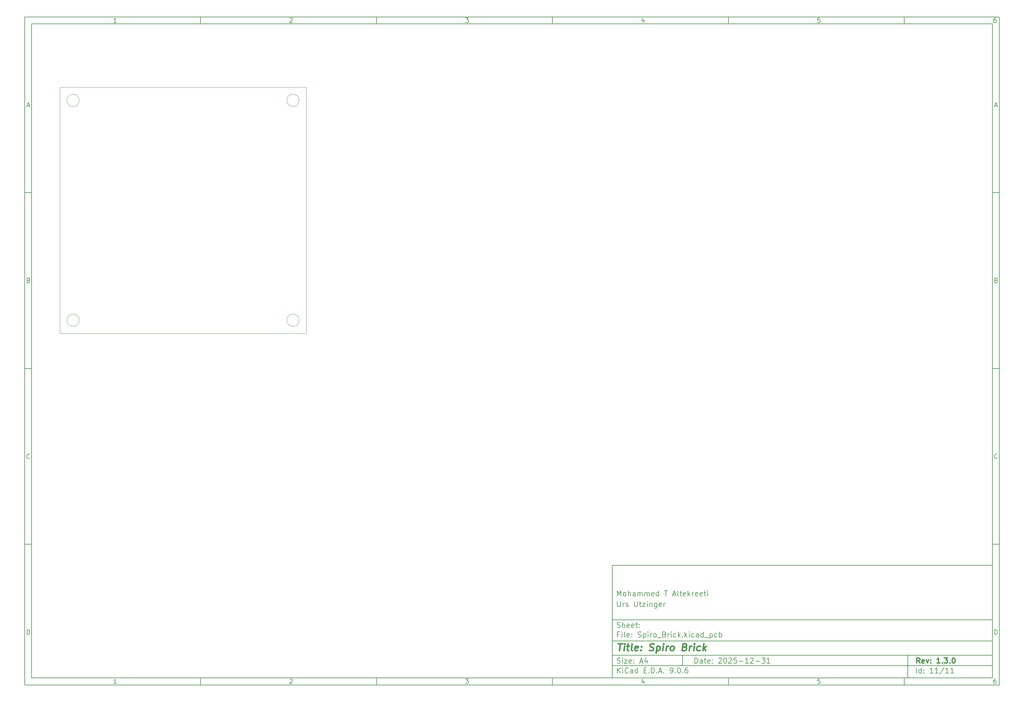
<source format=gbr>
%TF.GenerationSoftware,KiCad,Pcbnew,9.0.6-9.0.6~ubuntu22.04.1*%
%TF.CreationDate,2026-01-05T20:27:45-07:00*%
%TF.ProjectId,Spiro_Brick,53706972-6f5f-4427-9269-636b2e6b6963,1.3.0*%
%TF.SameCoordinates,Original*%
%TF.FileFunction,Profile,NP*%
%FSLAX46Y46*%
G04 Gerber Fmt 4.6, Leading zero omitted, Abs format (unit mm)*
G04 Created by KiCad (PCBNEW 9.0.6-9.0.6~ubuntu22.04.1) date 2026-01-05 20:27:45*
%MOMM*%
%LPD*%
G01*
G04 APERTURE LIST*
%ADD10C,0.100000*%
%ADD11C,0.150000*%
%ADD12C,0.300000*%
%ADD13C,0.400000*%
%TA.AperFunction,Profile*%
%ADD14C,0.050000*%
%TD*%
G04 APERTURE END LIST*
D10*
D11*
X177002200Y-166007200D02*
X285002200Y-166007200D01*
X285002200Y-198007200D01*
X177002200Y-198007200D01*
X177002200Y-166007200D01*
D10*
D11*
X10000000Y-10000000D02*
X287002200Y-10000000D01*
X287002200Y-200007200D01*
X10000000Y-200007200D01*
X10000000Y-10000000D01*
D10*
D11*
X12000000Y-12000000D02*
X285002200Y-12000000D01*
X285002200Y-198007200D01*
X12000000Y-198007200D01*
X12000000Y-12000000D01*
D10*
D11*
X60000000Y-12000000D02*
X60000000Y-10000000D01*
D10*
D11*
X110000000Y-12000000D02*
X110000000Y-10000000D01*
D10*
D11*
X160000000Y-12000000D02*
X160000000Y-10000000D01*
D10*
D11*
X210000000Y-12000000D02*
X210000000Y-10000000D01*
D10*
D11*
X260000000Y-12000000D02*
X260000000Y-10000000D01*
D10*
D11*
X36089160Y-11593604D02*
X35346303Y-11593604D01*
X35717731Y-11593604D02*
X35717731Y-10293604D01*
X35717731Y-10293604D02*
X35593922Y-10479319D01*
X35593922Y-10479319D02*
X35470112Y-10603128D01*
X35470112Y-10603128D02*
X35346303Y-10665033D01*
D10*
D11*
X85346303Y-10417414D02*
X85408207Y-10355509D01*
X85408207Y-10355509D02*
X85532017Y-10293604D01*
X85532017Y-10293604D02*
X85841541Y-10293604D01*
X85841541Y-10293604D02*
X85965350Y-10355509D01*
X85965350Y-10355509D02*
X86027255Y-10417414D01*
X86027255Y-10417414D02*
X86089160Y-10541223D01*
X86089160Y-10541223D02*
X86089160Y-10665033D01*
X86089160Y-10665033D02*
X86027255Y-10850747D01*
X86027255Y-10850747D02*
X85284398Y-11593604D01*
X85284398Y-11593604D02*
X86089160Y-11593604D01*
D10*
D11*
X135284398Y-10293604D02*
X136089160Y-10293604D01*
X136089160Y-10293604D02*
X135655826Y-10788842D01*
X135655826Y-10788842D02*
X135841541Y-10788842D01*
X135841541Y-10788842D02*
X135965350Y-10850747D01*
X135965350Y-10850747D02*
X136027255Y-10912652D01*
X136027255Y-10912652D02*
X136089160Y-11036461D01*
X136089160Y-11036461D02*
X136089160Y-11345985D01*
X136089160Y-11345985D02*
X136027255Y-11469795D01*
X136027255Y-11469795D02*
X135965350Y-11531700D01*
X135965350Y-11531700D02*
X135841541Y-11593604D01*
X135841541Y-11593604D02*
X135470112Y-11593604D01*
X135470112Y-11593604D02*
X135346303Y-11531700D01*
X135346303Y-11531700D02*
X135284398Y-11469795D01*
D10*
D11*
X185965350Y-10726938D02*
X185965350Y-11593604D01*
X185655826Y-10231700D02*
X185346303Y-11160271D01*
X185346303Y-11160271D02*
X186151064Y-11160271D01*
D10*
D11*
X236027255Y-10293604D02*
X235408207Y-10293604D01*
X235408207Y-10293604D02*
X235346303Y-10912652D01*
X235346303Y-10912652D02*
X235408207Y-10850747D01*
X235408207Y-10850747D02*
X235532017Y-10788842D01*
X235532017Y-10788842D02*
X235841541Y-10788842D01*
X235841541Y-10788842D02*
X235965350Y-10850747D01*
X235965350Y-10850747D02*
X236027255Y-10912652D01*
X236027255Y-10912652D02*
X236089160Y-11036461D01*
X236089160Y-11036461D02*
X236089160Y-11345985D01*
X236089160Y-11345985D02*
X236027255Y-11469795D01*
X236027255Y-11469795D02*
X235965350Y-11531700D01*
X235965350Y-11531700D02*
X235841541Y-11593604D01*
X235841541Y-11593604D02*
X235532017Y-11593604D01*
X235532017Y-11593604D02*
X235408207Y-11531700D01*
X235408207Y-11531700D02*
X235346303Y-11469795D01*
D10*
D11*
X285965350Y-10293604D02*
X285717731Y-10293604D01*
X285717731Y-10293604D02*
X285593922Y-10355509D01*
X285593922Y-10355509D02*
X285532017Y-10417414D01*
X285532017Y-10417414D02*
X285408207Y-10603128D01*
X285408207Y-10603128D02*
X285346303Y-10850747D01*
X285346303Y-10850747D02*
X285346303Y-11345985D01*
X285346303Y-11345985D02*
X285408207Y-11469795D01*
X285408207Y-11469795D02*
X285470112Y-11531700D01*
X285470112Y-11531700D02*
X285593922Y-11593604D01*
X285593922Y-11593604D02*
X285841541Y-11593604D01*
X285841541Y-11593604D02*
X285965350Y-11531700D01*
X285965350Y-11531700D02*
X286027255Y-11469795D01*
X286027255Y-11469795D02*
X286089160Y-11345985D01*
X286089160Y-11345985D02*
X286089160Y-11036461D01*
X286089160Y-11036461D02*
X286027255Y-10912652D01*
X286027255Y-10912652D02*
X285965350Y-10850747D01*
X285965350Y-10850747D02*
X285841541Y-10788842D01*
X285841541Y-10788842D02*
X285593922Y-10788842D01*
X285593922Y-10788842D02*
X285470112Y-10850747D01*
X285470112Y-10850747D02*
X285408207Y-10912652D01*
X285408207Y-10912652D02*
X285346303Y-11036461D01*
D10*
D11*
X60000000Y-198007200D02*
X60000000Y-200007200D01*
D10*
D11*
X110000000Y-198007200D02*
X110000000Y-200007200D01*
D10*
D11*
X160000000Y-198007200D02*
X160000000Y-200007200D01*
D10*
D11*
X210000000Y-198007200D02*
X210000000Y-200007200D01*
D10*
D11*
X260000000Y-198007200D02*
X260000000Y-200007200D01*
D10*
D11*
X36089160Y-199600804D02*
X35346303Y-199600804D01*
X35717731Y-199600804D02*
X35717731Y-198300804D01*
X35717731Y-198300804D02*
X35593922Y-198486519D01*
X35593922Y-198486519D02*
X35470112Y-198610328D01*
X35470112Y-198610328D02*
X35346303Y-198672233D01*
D10*
D11*
X85346303Y-198424614D02*
X85408207Y-198362709D01*
X85408207Y-198362709D02*
X85532017Y-198300804D01*
X85532017Y-198300804D02*
X85841541Y-198300804D01*
X85841541Y-198300804D02*
X85965350Y-198362709D01*
X85965350Y-198362709D02*
X86027255Y-198424614D01*
X86027255Y-198424614D02*
X86089160Y-198548423D01*
X86089160Y-198548423D02*
X86089160Y-198672233D01*
X86089160Y-198672233D02*
X86027255Y-198857947D01*
X86027255Y-198857947D02*
X85284398Y-199600804D01*
X85284398Y-199600804D02*
X86089160Y-199600804D01*
D10*
D11*
X135284398Y-198300804D02*
X136089160Y-198300804D01*
X136089160Y-198300804D02*
X135655826Y-198796042D01*
X135655826Y-198796042D02*
X135841541Y-198796042D01*
X135841541Y-198796042D02*
X135965350Y-198857947D01*
X135965350Y-198857947D02*
X136027255Y-198919852D01*
X136027255Y-198919852D02*
X136089160Y-199043661D01*
X136089160Y-199043661D02*
X136089160Y-199353185D01*
X136089160Y-199353185D02*
X136027255Y-199476995D01*
X136027255Y-199476995D02*
X135965350Y-199538900D01*
X135965350Y-199538900D02*
X135841541Y-199600804D01*
X135841541Y-199600804D02*
X135470112Y-199600804D01*
X135470112Y-199600804D02*
X135346303Y-199538900D01*
X135346303Y-199538900D02*
X135284398Y-199476995D01*
D10*
D11*
X185965350Y-198734138D02*
X185965350Y-199600804D01*
X185655826Y-198238900D02*
X185346303Y-199167471D01*
X185346303Y-199167471D02*
X186151064Y-199167471D01*
D10*
D11*
X236027255Y-198300804D02*
X235408207Y-198300804D01*
X235408207Y-198300804D02*
X235346303Y-198919852D01*
X235346303Y-198919852D02*
X235408207Y-198857947D01*
X235408207Y-198857947D02*
X235532017Y-198796042D01*
X235532017Y-198796042D02*
X235841541Y-198796042D01*
X235841541Y-198796042D02*
X235965350Y-198857947D01*
X235965350Y-198857947D02*
X236027255Y-198919852D01*
X236027255Y-198919852D02*
X236089160Y-199043661D01*
X236089160Y-199043661D02*
X236089160Y-199353185D01*
X236089160Y-199353185D02*
X236027255Y-199476995D01*
X236027255Y-199476995D02*
X235965350Y-199538900D01*
X235965350Y-199538900D02*
X235841541Y-199600804D01*
X235841541Y-199600804D02*
X235532017Y-199600804D01*
X235532017Y-199600804D02*
X235408207Y-199538900D01*
X235408207Y-199538900D02*
X235346303Y-199476995D01*
D10*
D11*
X285965350Y-198300804D02*
X285717731Y-198300804D01*
X285717731Y-198300804D02*
X285593922Y-198362709D01*
X285593922Y-198362709D02*
X285532017Y-198424614D01*
X285532017Y-198424614D02*
X285408207Y-198610328D01*
X285408207Y-198610328D02*
X285346303Y-198857947D01*
X285346303Y-198857947D02*
X285346303Y-199353185D01*
X285346303Y-199353185D02*
X285408207Y-199476995D01*
X285408207Y-199476995D02*
X285470112Y-199538900D01*
X285470112Y-199538900D02*
X285593922Y-199600804D01*
X285593922Y-199600804D02*
X285841541Y-199600804D01*
X285841541Y-199600804D02*
X285965350Y-199538900D01*
X285965350Y-199538900D02*
X286027255Y-199476995D01*
X286027255Y-199476995D02*
X286089160Y-199353185D01*
X286089160Y-199353185D02*
X286089160Y-199043661D01*
X286089160Y-199043661D02*
X286027255Y-198919852D01*
X286027255Y-198919852D02*
X285965350Y-198857947D01*
X285965350Y-198857947D02*
X285841541Y-198796042D01*
X285841541Y-198796042D02*
X285593922Y-198796042D01*
X285593922Y-198796042D02*
X285470112Y-198857947D01*
X285470112Y-198857947D02*
X285408207Y-198919852D01*
X285408207Y-198919852D02*
X285346303Y-199043661D01*
D10*
D11*
X10000000Y-60000000D02*
X12000000Y-60000000D01*
D10*
D11*
X10000000Y-110000000D02*
X12000000Y-110000000D01*
D10*
D11*
X10000000Y-160000000D02*
X12000000Y-160000000D01*
D10*
D11*
X10690476Y-35222176D02*
X11309523Y-35222176D01*
X10566666Y-35593604D02*
X10999999Y-34293604D01*
X10999999Y-34293604D02*
X11433333Y-35593604D01*
D10*
D11*
X11092857Y-84912652D02*
X11278571Y-84974557D01*
X11278571Y-84974557D02*
X11340476Y-85036461D01*
X11340476Y-85036461D02*
X11402380Y-85160271D01*
X11402380Y-85160271D02*
X11402380Y-85345985D01*
X11402380Y-85345985D02*
X11340476Y-85469795D01*
X11340476Y-85469795D02*
X11278571Y-85531700D01*
X11278571Y-85531700D02*
X11154761Y-85593604D01*
X11154761Y-85593604D02*
X10659523Y-85593604D01*
X10659523Y-85593604D02*
X10659523Y-84293604D01*
X10659523Y-84293604D02*
X11092857Y-84293604D01*
X11092857Y-84293604D02*
X11216666Y-84355509D01*
X11216666Y-84355509D02*
X11278571Y-84417414D01*
X11278571Y-84417414D02*
X11340476Y-84541223D01*
X11340476Y-84541223D02*
X11340476Y-84665033D01*
X11340476Y-84665033D02*
X11278571Y-84788842D01*
X11278571Y-84788842D02*
X11216666Y-84850747D01*
X11216666Y-84850747D02*
X11092857Y-84912652D01*
X11092857Y-84912652D02*
X10659523Y-84912652D01*
D10*
D11*
X11402380Y-135469795D02*
X11340476Y-135531700D01*
X11340476Y-135531700D02*
X11154761Y-135593604D01*
X11154761Y-135593604D02*
X11030952Y-135593604D01*
X11030952Y-135593604D02*
X10845238Y-135531700D01*
X10845238Y-135531700D02*
X10721428Y-135407890D01*
X10721428Y-135407890D02*
X10659523Y-135284080D01*
X10659523Y-135284080D02*
X10597619Y-135036461D01*
X10597619Y-135036461D02*
X10597619Y-134850747D01*
X10597619Y-134850747D02*
X10659523Y-134603128D01*
X10659523Y-134603128D02*
X10721428Y-134479319D01*
X10721428Y-134479319D02*
X10845238Y-134355509D01*
X10845238Y-134355509D02*
X11030952Y-134293604D01*
X11030952Y-134293604D02*
X11154761Y-134293604D01*
X11154761Y-134293604D02*
X11340476Y-134355509D01*
X11340476Y-134355509D02*
X11402380Y-134417414D01*
D10*
D11*
X10659523Y-185593604D02*
X10659523Y-184293604D01*
X10659523Y-184293604D02*
X10969047Y-184293604D01*
X10969047Y-184293604D02*
X11154761Y-184355509D01*
X11154761Y-184355509D02*
X11278571Y-184479319D01*
X11278571Y-184479319D02*
X11340476Y-184603128D01*
X11340476Y-184603128D02*
X11402380Y-184850747D01*
X11402380Y-184850747D02*
X11402380Y-185036461D01*
X11402380Y-185036461D02*
X11340476Y-185284080D01*
X11340476Y-185284080D02*
X11278571Y-185407890D01*
X11278571Y-185407890D02*
X11154761Y-185531700D01*
X11154761Y-185531700D02*
X10969047Y-185593604D01*
X10969047Y-185593604D02*
X10659523Y-185593604D01*
D10*
D11*
X287002200Y-60000000D02*
X285002200Y-60000000D01*
D10*
D11*
X287002200Y-110000000D02*
X285002200Y-110000000D01*
D10*
D11*
X287002200Y-160000000D02*
X285002200Y-160000000D01*
D10*
D11*
X285692676Y-35222176D02*
X286311723Y-35222176D01*
X285568866Y-35593604D02*
X286002199Y-34293604D01*
X286002199Y-34293604D02*
X286435533Y-35593604D01*
D10*
D11*
X286095057Y-84912652D02*
X286280771Y-84974557D01*
X286280771Y-84974557D02*
X286342676Y-85036461D01*
X286342676Y-85036461D02*
X286404580Y-85160271D01*
X286404580Y-85160271D02*
X286404580Y-85345985D01*
X286404580Y-85345985D02*
X286342676Y-85469795D01*
X286342676Y-85469795D02*
X286280771Y-85531700D01*
X286280771Y-85531700D02*
X286156961Y-85593604D01*
X286156961Y-85593604D02*
X285661723Y-85593604D01*
X285661723Y-85593604D02*
X285661723Y-84293604D01*
X285661723Y-84293604D02*
X286095057Y-84293604D01*
X286095057Y-84293604D02*
X286218866Y-84355509D01*
X286218866Y-84355509D02*
X286280771Y-84417414D01*
X286280771Y-84417414D02*
X286342676Y-84541223D01*
X286342676Y-84541223D02*
X286342676Y-84665033D01*
X286342676Y-84665033D02*
X286280771Y-84788842D01*
X286280771Y-84788842D02*
X286218866Y-84850747D01*
X286218866Y-84850747D02*
X286095057Y-84912652D01*
X286095057Y-84912652D02*
X285661723Y-84912652D01*
D10*
D11*
X286404580Y-135469795D02*
X286342676Y-135531700D01*
X286342676Y-135531700D02*
X286156961Y-135593604D01*
X286156961Y-135593604D02*
X286033152Y-135593604D01*
X286033152Y-135593604D02*
X285847438Y-135531700D01*
X285847438Y-135531700D02*
X285723628Y-135407890D01*
X285723628Y-135407890D02*
X285661723Y-135284080D01*
X285661723Y-135284080D02*
X285599819Y-135036461D01*
X285599819Y-135036461D02*
X285599819Y-134850747D01*
X285599819Y-134850747D02*
X285661723Y-134603128D01*
X285661723Y-134603128D02*
X285723628Y-134479319D01*
X285723628Y-134479319D02*
X285847438Y-134355509D01*
X285847438Y-134355509D02*
X286033152Y-134293604D01*
X286033152Y-134293604D02*
X286156961Y-134293604D01*
X286156961Y-134293604D02*
X286342676Y-134355509D01*
X286342676Y-134355509D02*
X286404580Y-134417414D01*
D10*
D11*
X285661723Y-185593604D02*
X285661723Y-184293604D01*
X285661723Y-184293604D02*
X285971247Y-184293604D01*
X285971247Y-184293604D02*
X286156961Y-184355509D01*
X286156961Y-184355509D02*
X286280771Y-184479319D01*
X286280771Y-184479319D02*
X286342676Y-184603128D01*
X286342676Y-184603128D02*
X286404580Y-184850747D01*
X286404580Y-184850747D02*
X286404580Y-185036461D01*
X286404580Y-185036461D02*
X286342676Y-185284080D01*
X286342676Y-185284080D02*
X286280771Y-185407890D01*
X286280771Y-185407890D02*
X286156961Y-185531700D01*
X286156961Y-185531700D02*
X285971247Y-185593604D01*
X285971247Y-185593604D02*
X285661723Y-185593604D01*
D10*
D11*
X200458026Y-193793328D02*
X200458026Y-192293328D01*
X200458026Y-192293328D02*
X200815169Y-192293328D01*
X200815169Y-192293328D02*
X201029455Y-192364757D01*
X201029455Y-192364757D02*
X201172312Y-192507614D01*
X201172312Y-192507614D02*
X201243741Y-192650471D01*
X201243741Y-192650471D02*
X201315169Y-192936185D01*
X201315169Y-192936185D02*
X201315169Y-193150471D01*
X201315169Y-193150471D02*
X201243741Y-193436185D01*
X201243741Y-193436185D02*
X201172312Y-193579042D01*
X201172312Y-193579042D02*
X201029455Y-193721900D01*
X201029455Y-193721900D02*
X200815169Y-193793328D01*
X200815169Y-193793328D02*
X200458026Y-193793328D01*
X202600884Y-193793328D02*
X202600884Y-193007614D01*
X202600884Y-193007614D02*
X202529455Y-192864757D01*
X202529455Y-192864757D02*
X202386598Y-192793328D01*
X202386598Y-192793328D02*
X202100884Y-192793328D01*
X202100884Y-192793328D02*
X201958026Y-192864757D01*
X202600884Y-193721900D02*
X202458026Y-193793328D01*
X202458026Y-193793328D02*
X202100884Y-193793328D01*
X202100884Y-193793328D02*
X201958026Y-193721900D01*
X201958026Y-193721900D02*
X201886598Y-193579042D01*
X201886598Y-193579042D02*
X201886598Y-193436185D01*
X201886598Y-193436185D02*
X201958026Y-193293328D01*
X201958026Y-193293328D02*
X202100884Y-193221900D01*
X202100884Y-193221900D02*
X202458026Y-193221900D01*
X202458026Y-193221900D02*
X202600884Y-193150471D01*
X203100884Y-192793328D02*
X203672312Y-192793328D01*
X203315169Y-192293328D02*
X203315169Y-193579042D01*
X203315169Y-193579042D02*
X203386598Y-193721900D01*
X203386598Y-193721900D02*
X203529455Y-193793328D01*
X203529455Y-193793328D02*
X203672312Y-193793328D01*
X204743741Y-193721900D02*
X204600884Y-193793328D01*
X204600884Y-193793328D02*
X204315170Y-193793328D01*
X204315170Y-193793328D02*
X204172312Y-193721900D01*
X204172312Y-193721900D02*
X204100884Y-193579042D01*
X204100884Y-193579042D02*
X204100884Y-193007614D01*
X204100884Y-193007614D02*
X204172312Y-192864757D01*
X204172312Y-192864757D02*
X204315170Y-192793328D01*
X204315170Y-192793328D02*
X204600884Y-192793328D01*
X204600884Y-192793328D02*
X204743741Y-192864757D01*
X204743741Y-192864757D02*
X204815170Y-193007614D01*
X204815170Y-193007614D02*
X204815170Y-193150471D01*
X204815170Y-193150471D02*
X204100884Y-193293328D01*
X205458026Y-193650471D02*
X205529455Y-193721900D01*
X205529455Y-193721900D02*
X205458026Y-193793328D01*
X205458026Y-193793328D02*
X205386598Y-193721900D01*
X205386598Y-193721900D02*
X205458026Y-193650471D01*
X205458026Y-193650471D02*
X205458026Y-193793328D01*
X205458026Y-192864757D02*
X205529455Y-192936185D01*
X205529455Y-192936185D02*
X205458026Y-193007614D01*
X205458026Y-193007614D02*
X205386598Y-192936185D01*
X205386598Y-192936185D02*
X205458026Y-192864757D01*
X205458026Y-192864757D02*
X205458026Y-193007614D01*
X207243741Y-192436185D02*
X207315169Y-192364757D01*
X207315169Y-192364757D02*
X207458027Y-192293328D01*
X207458027Y-192293328D02*
X207815169Y-192293328D01*
X207815169Y-192293328D02*
X207958027Y-192364757D01*
X207958027Y-192364757D02*
X208029455Y-192436185D01*
X208029455Y-192436185D02*
X208100884Y-192579042D01*
X208100884Y-192579042D02*
X208100884Y-192721900D01*
X208100884Y-192721900D02*
X208029455Y-192936185D01*
X208029455Y-192936185D02*
X207172312Y-193793328D01*
X207172312Y-193793328D02*
X208100884Y-193793328D01*
X209029455Y-192293328D02*
X209172312Y-192293328D01*
X209172312Y-192293328D02*
X209315169Y-192364757D01*
X209315169Y-192364757D02*
X209386598Y-192436185D01*
X209386598Y-192436185D02*
X209458026Y-192579042D01*
X209458026Y-192579042D02*
X209529455Y-192864757D01*
X209529455Y-192864757D02*
X209529455Y-193221900D01*
X209529455Y-193221900D02*
X209458026Y-193507614D01*
X209458026Y-193507614D02*
X209386598Y-193650471D01*
X209386598Y-193650471D02*
X209315169Y-193721900D01*
X209315169Y-193721900D02*
X209172312Y-193793328D01*
X209172312Y-193793328D02*
X209029455Y-193793328D01*
X209029455Y-193793328D02*
X208886598Y-193721900D01*
X208886598Y-193721900D02*
X208815169Y-193650471D01*
X208815169Y-193650471D02*
X208743740Y-193507614D01*
X208743740Y-193507614D02*
X208672312Y-193221900D01*
X208672312Y-193221900D02*
X208672312Y-192864757D01*
X208672312Y-192864757D02*
X208743740Y-192579042D01*
X208743740Y-192579042D02*
X208815169Y-192436185D01*
X208815169Y-192436185D02*
X208886598Y-192364757D01*
X208886598Y-192364757D02*
X209029455Y-192293328D01*
X210100883Y-192436185D02*
X210172311Y-192364757D01*
X210172311Y-192364757D02*
X210315169Y-192293328D01*
X210315169Y-192293328D02*
X210672311Y-192293328D01*
X210672311Y-192293328D02*
X210815169Y-192364757D01*
X210815169Y-192364757D02*
X210886597Y-192436185D01*
X210886597Y-192436185D02*
X210958026Y-192579042D01*
X210958026Y-192579042D02*
X210958026Y-192721900D01*
X210958026Y-192721900D02*
X210886597Y-192936185D01*
X210886597Y-192936185D02*
X210029454Y-193793328D01*
X210029454Y-193793328D02*
X210958026Y-193793328D01*
X212315168Y-192293328D02*
X211600882Y-192293328D01*
X211600882Y-192293328D02*
X211529454Y-193007614D01*
X211529454Y-193007614D02*
X211600882Y-192936185D01*
X211600882Y-192936185D02*
X211743740Y-192864757D01*
X211743740Y-192864757D02*
X212100882Y-192864757D01*
X212100882Y-192864757D02*
X212243740Y-192936185D01*
X212243740Y-192936185D02*
X212315168Y-193007614D01*
X212315168Y-193007614D02*
X212386597Y-193150471D01*
X212386597Y-193150471D02*
X212386597Y-193507614D01*
X212386597Y-193507614D02*
X212315168Y-193650471D01*
X212315168Y-193650471D02*
X212243740Y-193721900D01*
X212243740Y-193721900D02*
X212100882Y-193793328D01*
X212100882Y-193793328D02*
X211743740Y-193793328D01*
X211743740Y-193793328D02*
X211600882Y-193721900D01*
X211600882Y-193721900D02*
X211529454Y-193650471D01*
X213029453Y-193221900D02*
X214172311Y-193221900D01*
X215672311Y-193793328D02*
X214815168Y-193793328D01*
X215243739Y-193793328D02*
X215243739Y-192293328D01*
X215243739Y-192293328D02*
X215100882Y-192507614D01*
X215100882Y-192507614D02*
X214958025Y-192650471D01*
X214958025Y-192650471D02*
X214815168Y-192721900D01*
X216243739Y-192436185D02*
X216315167Y-192364757D01*
X216315167Y-192364757D02*
X216458025Y-192293328D01*
X216458025Y-192293328D02*
X216815167Y-192293328D01*
X216815167Y-192293328D02*
X216958025Y-192364757D01*
X216958025Y-192364757D02*
X217029453Y-192436185D01*
X217029453Y-192436185D02*
X217100882Y-192579042D01*
X217100882Y-192579042D02*
X217100882Y-192721900D01*
X217100882Y-192721900D02*
X217029453Y-192936185D01*
X217029453Y-192936185D02*
X216172310Y-193793328D01*
X216172310Y-193793328D02*
X217100882Y-193793328D01*
X217743738Y-193221900D02*
X218886596Y-193221900D01*
X219458024Y-192293328D02*
X220386596Y-192293328D01*
X220386596Y-192293328D02*
X219886596Y-192864757D01*
X219886596Y-192864757D02*
X220100881Y-192864757D01*
X220100881Y-192864757D02*
X220243739Y-192936185D01*
X220243739Y-192936185D02*
X220315167Y-193007614D01*
X220315167Y-193007614D02*
X220386596Y-193150471D01*
X220386596Y-193150471D02*
X220386596Y-193507614D01*
X220386596Y-193507614D02*
X220315167Y-193650471D01*
X220315167Y-193650471D02*
X220243739Y-193721900D01*
X220243739Y-193721900D02*
X220100881Y-193793328D01*
X220100881Y-193793328D02*
X219672310Y-193793328D01*
X219672310Y-193793328D02*
X219529453Y-193721900D01*
X219529453Y-193721900D02*
X219458024Y-193650471D01*
X221815167Y-193793328D02*
X220958024Y-193793328D01*
X221386595Y-193793328D02*
X221386595Y-192293328D01*
X221386595Y-192293328D02*
X221243738Y-192507614D01*
X221243738Y-192507614D02*
X221100881Y-192650471D01*
X221100881Y-192650471D02*
X220958024Y-192721900D01*
D10*
D11*
X177002200Y-194507200D02*
X285002200Y-194507200D01*
D10*
D11*
X178458026Y-196593328D02*
X178458026Y-195093328D01*
X179315169Y-196593328D02*
X178672312Y-195736185D01*
X179315169Y-195093328D02*
X178458026Y-195950471D01*
X179958026Y-196593328D02*
X179958026Y-195593328D01*
X179958026Y-195093328D02*
X179886598Y-195164757D01*
X179886598Y-195164757D02*
X179958026Y-195236185D01*
X179958026Y-195236185D02*
X180029455Y-195164757D01*
X180029455Y-195164757D02*
X179958026Y-195093328D01*
X179958026Y-195093328D02*
X179958026Y-195236185D01*
X181529455Y-196450471D02*
X181458027Y-196521900D01*
X181458027Y-196521900D02*
X181243741Y-196593328D01*
X181243741Y-196593328D02*
X181100884Y-196593328D01*
X181100884Y-196593328D02*
X180886598Y-196521900D01*
X180886598Y-196521900D02*
X180743741Y-196379042D01*
X180743741Y-196379042D02*
X180672312Y-196236185D01*
X180672312Y-196236185D02*
X180600884Y-195950471D01*
X180600884Y-195950471D02*
X180600884Y-195736185D01*
X180600884Y-195736185D02*
X180672312Y-195450471D01*
X180672312Y-195450471D02*
X180743741Y-195307614D01*
X180743741Y-195307614D02*
X180886598Y-195164757D01*
X180886598Y-195164757D02*
X181100884Y-195093328D01*
X181100884Y-195093328D02*
X181243741Y-195093328D01*
X181243741Y-195093328D02*
X181458027Y-195164757D01*
X181458027Y-195164757D02*
X181529455Y-195236185D01*
X182815170Y-196593328D02*
X182815170Y-195807614D01*
X182815170Y-195807614D02*
X182743741Y-195664757D01*
X182743741Y-195664757D02*
X182600884Y-195593328D01*
X182600884Y-195593328D02*
X182315170Y-195593328D01*
X182315170Y-195593328D02*
X182172312Y-195664757D01*
X182815170Y-196521900D02*
X182672312Y-196593328D01*
X182672312Y-196593328D02*
X182315170Y-196593328D01*
X182315170Y-196593328D02*
X182172312Y-196521900D01*
X182172312Y-196521900D02*
X182100884Y-196379042D01*
X182100884Y-196379042D02*
X182100884Y-196236185D01*
X182100884Y-196236185D02*
X182172312Y-196093328D01*
X182172312Y-196093328D02*
X182315170Y-196021900D01*
X182315170Y-196021900D02*
X182672312Y-196021900D01*
X182672312Y-196021900D02*
X182815170Y-195950471D01*
X184172313Y-196593328D02*
X184172313Y-195093328D01*
X184172313Y-196521900D02*
X184029455Y-196593328D01*
X184029455Y-196593328D02*
X183743741Y-196593328D01*
X183743741Y-196593328D02*
X183600884Y-196521900D01*
X183600884Y-196521900D02*
X183529455Y-196450471D01*
X183529455Y-196450471D02*
X183458027Y-196307614D01*
X183458027Y-196307614D02*
X183458027Y-195879042D01*
X183458027Y-195879042D02*
X183529455Y-195736185D01*
X183529455Y-195736185D02*
X183600884Y-195664757D01*
X183600884Y-195664757D02*
X183743741Y-195593328D01*
X183743741Y-195593328D02*
X184029455Y-195593328D01*
X184029455Y-195593328D02*
X184172313Y-195664757D01*
X186029455Y-195807614D02*
X186529455Y-195807614D01*
X186743741Y-196593328D02*
X186029455Y-196593328D01*
X186029455Y-196593328D02*
X186029455Y-195093328D01*
X186029455Y-195093328D02*
X186743741Y-195093328D01*
X187386598Y-196450471D02*
X187458027Y-196521900D01*
X187458027Y-196521900D02*
X187386598Y-196593328D01*
X187386598Y-196593328D02*
X187315170Y-196521900D01*
X187315170Y-196521900D02*
X187386598Y-196450471D01*
X187386598Y-196450471D02*
X187386598Y-196593328D01*
X188100884Y-196593328D02*
X188100884Y-195093328D01*
X188100884Y-195093328D02*
X188458027Y-195093328D01*
X188458027Y-195093328D02*
X188672313Y-195164757D01*
X188672313Y-195164757D02*
X188815170Y-195307614D01*
X188815170Y-195307614D02*
X188886599Y-195450471D01*
X188886599Y-195450471D02*
X188958027Y-195736185D01*
X188958027Y-195736185D02*
X188958027Y-195950471D01*
X188958027Y-195950471D02*
X188886599Y-196236185D01*
X188886599Y-196236185D02*
X188815170Y-196379042D01*
X188815170Y-196379042D02*
X188672313Y-196521900D01*
X188672313Y-196521900D02*
X188458027Y-196593328D01*
X188458027Y-196593328D02*
X188100884Y-196593328D01*
X189600884Y-196450471D02*
X189672313Y-196521900D01*
X189672313Y-196521900D02*
X189600884Y-196593328D01*
X189600884Y-196593328D02*
X189529456Y-196521900D01*
X189529456Y-196521900D02*
X189600884Y-196450471D01*
X189600884Y-196450471D02*
X189600884Y-196593328D01*
X190243742Y-196164757D02*
X190958028Y-196164757D01*
X190100885Y-196593328D02*
X190600885Y-195093328D01*
X190600885Y-195093328D02*
X191100885Y-196593328D01*
X191600884Y-196450471D02*
X191672313Y-196521900D01*
X191672313Y-196521900D02*
X191600884Y-196593328D01*
X191600884Y-196593328D02*
X191529456Y-196521900D01*
X191529456Y-196521900D02*
X191600884Y-196450471D01*
X191600884Y-196450471D02*
X191600884Y-196593328D01*
X193529456Y-196593328D02*
X193815170Y-196593328D01*
X193815170Y-196593328D02*
X193958027Y-196521900D01*
X193958027Y-196521900D02*
X194029456Y-196450471D01*
X194029456Y-196450471D02*
X194172313Y-196236185D01*
X194172313Y-196236185D02*
X194243742Y-195950471D01*
X194243742Y-195950471D02*
X194243742Y-195379042D01*
X194243742Y-195379042D02*
X194172313Y-195236185D01*
X194172313Y-195236185D02*
X194100885Y-195164757D01*
X194100885Y-195164757D02*
X193958027Y-195093328D01*
X193958027Y-195093328D02*
X193672313Y-195093328D01*
X193672313Y-195093328D02*
X193529456Y-195164757D01*
X193529456Y-195164757D02*
X193458027Y-195236185D01*
X193458027Y-195236185D02*
X193386599Y-195379042D01*
X193386599Y-195379042D02*
X193386599Y-195736185D01*
X193386599Y-195736185D02*
X193458027Y-195879042D01*
X193458027Y-195879042D02*
X193529456Y-195950471D01*
X193529456Y-195950471D02*
X193672313Y-196021900D01*
X193672313Y-196021900D02*
X193958027Y-196021900D01*
X193958027Y-196021900D02*
X194100885Y-195950471D01*
X194100885Y-195950471D02*
X194172313Y-195879042D01*
X194172313Y-195879042D02*
X194243742Y-195736185D01*
X194886598Y-196450471D02*
X194958027Y-196521900D01*
X194958027Y-196521900D02*
X194886598Y-196593328D01*
X194886598Y-196593328D02*
X194815170Y-196521900D01*
X194815170Y-196521900D02*
X194886598Y-196450471D01*
X194886598Y-196450471D02*
X194886598Y-196593328D01*
X195886599Y-195093328D02*
X196029456Y-195093328D01*
X196029456Y-195093328D02*
X196172313Y-195164757D01*
X196172313Y-195164757D02*
X196243742Y-195236185D01*
X196243742Y-195236185D02*
X196315170Y-195379042D01*
X196315170Y-195379042D02*
X196386599Y-195664757D01*
X196386599Y-195664757D02*
X196386599Y-196021900D01*
X196386599Y-196021900D02*
X196315170Y-196307614D01*
X196315170Y-196307614D02*
X196243742Y-196450471D01*
X196243742Y-196450471D02*
X196172313Y-196521900D01*
X196172313Y-196521900D02*
X196029456Y-196593328D01*
X196029456Y-196593328D02*
X195886599Y-196593328D01*
X195886599Y-196593328D02*
X195743742Y-196521900D01*
X195743742Y-196521900D02*
X195672313Y-196450471D01*
X195672313Y-196450471D02*
X195600884Y-196307614D01*
X195600884Y-196307614D02*
X195529456Y-196021900D01*
X195529456Y-196021900D02*
X195529456Y-195664757D01*
X195529456Y-195664757D02*
X195600884Y-195379042D01*
X195600884Y-195379042D02*
X195672313Y-195236185D01*
X195672313Y-195236185D02*
X195743742Y-195164757D01*
X195743742Y-195164757D02*
X195886599Y-195093328D01*
X197029455Y-196450471D02*
X197100884Y-196521900D01*
X197100884Y-196521900D02*
X197029455Y-196593328D01*
X197029455Y-196593328D02*
X196958027Y-196521900D01*
X196958027Y-196521900D02*
X197029455Y-196450471D01*
X197029455Y-196450471D02*
X197029455Y-196593328D01*
X198386599Y-195093328D02*
X198100884Y-195093328D01*
X198100884Y-195093328D02*
X197958027Y-195164757D01*
X197958027Y-195164757D02*
X197886599Y-195236185D01*
X197886599Y-195236185D02*
X197743741Y-195450471D01*
X197743741Y-195450471D02*
X197672313Y-195736185D01*
X197672313Y-195736185D02*
X197672313Y-196307614D01*
X197672313Y-196307614D02*
X197743741Y-196450471D01*
X197743741Y-196450471D02*
X197815170Y-196521900D01*
X197815170Y-196521900D02*
X197958027Y-196593328D01*
X197958027Y-196593328D02*
X198243741Y-196593328D01*
X198243741Y-196593328D02*
X198386599Y-196521900D01*
X198386599Y-196521900D02*
X198458027Y-196450471D01*
X198458027Y-196450471D02*
X198529456Y-196307614D01*
X198529456Y-196307614D02*
X198529456Y-195950471D01*
X198529456Y-195950471D02*
X198458027Y-195807614D01*
X198458027Y-195807614D02*
X198386599Y-195736185D01*
X198386599Y-195736185D02*
X198243741Y-195664757D01*
X198243741Y-195664757D02*
X197958027Y-195664757D01*
X197958027Y-195664757D02*
X197815170Y-195736185D01*
X197815170Y-195736185D02*
X197743741Y-195807614D01*
X197743741Y-195807614D02*
X197672313Y-195950471D01*
D10*
D11*
X177002200Y-191507200D02*
X285002200Y-191507200D01*
D10*
D12*
X264413853Y-193785528D02*
X263913853Y-193071242D01*
X263556710Y-193785528D02*
X263556710Y-192285528D01*
X263556710Y-192285528D02*
X264128139Y-192285528D01*
X264128139Y-192285528D02*
X264270996Y-192356957D01*
X264270996Y-192356957D02*
X264342425Y-192428385D01*
X264342425Y-192428385D02*
X264413853Y-192571242D01*
X264413853Y-192571242D02*
X264413853Y-192785528D01*
X264413853Y-192785528D02*
X264342425Y-192928385D01*
X264342425Y-192928385D02*
X264270996Y-192999814D01*
X264270996Y-192999814D02*
X264128139Y-193071242D01*
X264128139Y-193071242D02*
X263556710Y-193071242D01*
X265628139Y-193714100D02*
X265485282Y-193785528D01*
X265485282Y-193785528D02*
X265199568Y-193785528D01*
X265199568Y-193785528D02*
X265056710Y-193714100D01*
X265056710Y-193714100D02*
X264985282Y-193571242D01*
X264985282Y-193571242D02*
X264985282Y-192999814D01*
X264985282Y-192999814D02*
X265056710Y-192856957D01*
X265056710Y-192856957D02*
X265199568Y-192785528D01*
X265199568Y-192785528D02*
X265485282Y-192785528D01*
X265485282Y-192785528D02*
X265628139Y-192856957D01*
X265628139Y-192856957D02*
X265699568Y-192999814D01*
X265699568Y-192999814D02*
X265699568Y-193142671D01*
X265699568Y-193142671D02*
X264985282Y-193285528D01*
X266199567Y-192785528D02*
X266556710Y-193785528D01*
X266556710Y-193785528D02*
X266913853Y-192785528D01*
X267485281Y-193642671D02*
X267556710Y-193714100D01*
X267556710Y-193714100D02*
X267485281Y-193785528D01*
X267485281Y-193785528D02*
X267413853Y-193714100D01*
X267413853Y-193714100D02*
X267485281Y-193642671D01*
X267485281Y-193642671D02*
X267485281Y-193785528D01*
X267485281Y-192856957D02*
X267556710Y-192928385D01*
X267556710Y-192928385D02*
X267485281Y-192999814D01*
X267485281Y-192999814D02*
X267413853Y-192928385D01*
X267413853Y-192928385D02*
X267485281Y-192856957D01*
X267485281Y-192856957D02*
X267485281Y-192999814D01*
X270128139Y-193785528D02*
X269270996Y-193785528D01*
X269699567Y-193785528D02*
X269699567Y-192285528D01*
X269699567Y-192285528D02*
X269556710Y-192499814D01*
X269556710Y-192499814D02*
X269413853Y-192642671D01*
X269413853Y-192642671D02*
X269270996Y-192714100D01*
X270770995Y-193642671D02*
X270842424Y-193714100D01*
X270842424Y-193714100D02*
X270770995Y-193785528D01*
X270770995Y-193785528D02*
X270699567Y-193714100D01*
X270699567Y-193714100D02*
X270770995Y-193642671D01*
X270770995Y-193642671D02*
X270770995Y-193785528D01*
X271342424Y-192285528D02*
X272270996Y-192285528D01*
X272270996Y-192285528D02*
X271770996Y-192856957D01*
X271770996Y-192856957D02*
X271985281Y-192856957D01*
X271985281Y-192856957D02*
X272128139Y-192928385D01*
X272128139Y-192928385D02*
X272199567Y-192999814D01*
X272199567Y-192999814D02*
X272270996Y-193142671D01*
X272270996Y-193142671D02*
X272270996Y-193499814D01*
X272270996Y-193499814D02*
X272199567Y-193642671D01*
X272199567Y-193642671D02*
X272128139Y-193714100D01*
X272128139Y-193714100D02*
X271985281Y-193785528D01*
X271985281Y-193785528D02*
X271556710Y-193785528D01*
X271556710Y-193785528D02*
X271413853Y-193714100D01*
X271413853Y-193714100D02*
X271342424Y-193642671D01*
X272913852Y-193642671D02*
X272985281Y-193714100D01*
X272985281Y-193714100D02*
X272913852Y-193785528D01*
X272913852Y-193785528D02*
X272842424Y-193714100D01*
X272842424Y-193714100D02*
X272913852Y-193642671D01*
X272913852Y-193642671D02*
X272913852Y-193785528D01*
X273913853Y-192285528D02*
X274056710Y-192285528D01*
X274056710Y-192285528D02*
X274199567Y-192356957D01*
X274199567Y-192356957D02*
X274270996Y-192428385D01*
X274270996Y-192428385D02*
X274342424Y-192571242D01*
X274342424Y-192571242D02*
X274413853Y-192856957D01*
X274413853Y-192856957D02*
X274413853Y-193214100D01*
X274413853Y-193214100D02*
X274342424Y-193499814D01*
X274342424Y-193499814D02*
X274270996Y-193642671D01*
X274270996Y-193642671D02*
X274199567Y-193714100D01*
X274199567Y-193714100D02*
X274056710Y-193785528D01*
X274056710Y-193785528D02*
X273913853Y-193785528D01*
X273913853Y-193785528D02*
X273770996Y-193714100D01*
X273770996Y-193714100D02*
X273699567Y-193642671D01*
X273699567Y-193642671D02*
X273628138Y-193499814D01*
X273628138Y-193499814D02*
X273556710Y-193214100D01*
X273556710Y-193214100D02*
X273556710Y-192856957D01*
X273556710Y-192856957D02*
X273628138Y-192571242D01*
X273628138Y-192571242D02*
X273699567Y-192428385D01*
X273699567Y-192428385D02*
X273770996Y-192356957D01*
X273770996Y-192356957D02*
X273913853Y-192285528D01*
D10*
D11*
X178386598Y-193721900D02*
X178600884Y-193793328D01*
X178600884Y-193793328D02*
X178958026Y-193793328D01*
X178958026Y-193793328D02*
X179100884Y-193721900D01*
X179100884Y-193721900D02*
X179172312Y-193650471D01*
X179172312Y-193650471D02*
X179243741Y-193507614D01*
X179243741Y-193507614D02*
X179243741Y-193364757D01*
X179243741Y-193364757D02*
X179172312Y-193221900D01*
X179172312Y-193221900D02*
X179100884Y-193150471D01*
X179100884Y-193150471D02*
X178958026Y-193079042D01*
X178958026Y-193079042D02*
X178672312Y-193007614D01*
X178672312Y-193007614D02*
X178529455Y-192936185D01*
X178529455Y-192936185D02*
X178458026Y-192864757D01*
X178458026Y-192864757D02*
X178386598Y-192721900D01*
X178386598Y-192721900D02*
X178386598Y-192579042D01*
X178386598Y-192579042D02*
X178458026Y-192436185D01*
X178458026Y-192436185D02*
X178529455Y-192364757D01*
X178529455Y-192364757D02*
X178672312Y-192293328D01*
X178672312Y-192293328D02*
X179029455Y-192293328D01*
X179029455Y-192293328D02*
X179243741Y-192364757D01*
X179886597Y-193793328D02*
X179886597Y-192793328D01*
X179886597Y-192293328D02*
X179815169Y-192364757D01*
X179815169Y-192364757D02*
X179886597Y-192436185D01*
X179886597Y-192436185D02*
X179958026Y-192364757D01*
X179958026Y-192364757D02*
X179886597Y-192293328D01*
X179886597Y-192293328D02*
X179886597Y-192436185D01*
X180458026Y-192793328D02*
X181243741Y-192793328D01*
X181243741Y-192793328D02*
X180458026Y-193793328D01*
X180458026Y-193793328D02*
X181243741Y-193793328D01*
X182386598Y-193721900D02*
X182243741Y-193793328D01*
X182243741Y-193793328D02*
X181958027Y-193793328D01*
X181958027Y-193793328D02*
X181815169Y-193721900D01*
X181815169Y-193721900D02*
X181743741Y-193579042D01*
X181743741Y-193579042D02*
X181743741Y-193007614D01*
X181743741Y-193007614D02*
X181815169Y-192864757D01*
X181815169Y-192864757D02*
X181958027Y-192793328D01*
X181958027Y-192793328D02*
X182243741Y-192793328D01*
X182243741Y-192793328D02*
X182386598Y-192864757D01*
X182386598Y-192864757D02*
X182458027Y-193007614D01*
X182458027Y-193007614D02*
X182458027Y-193150471D01*
X182458027Y-193150471D02*
X181743741Y-193293328D01*
X183100883Y-193650471D02*
X183172312Y-193721900D01*
X183172312Y-193721900D02*
X183100883Y-193793328D01*
X183100883Y-193793328D02*
X183029455Y-193721900D01*
X183029455Y-193721900D02*
X183100883Y-193650471D01*
X183100883Y-193650471D02*
X183100883Y-193793328D01*
X183100883Y-192864757D02*
X183172312Y-192936185D01*
X183172312Y-192936185D02*
X183100883Y-193007614D01*
X183100883Y-193007614D02*
X183029455Y-192936185D01*
X183029455Y-192936185D02*
X183100883Y-192864757D01*
X183100883Y-192864757D02*
X183100883Y-193007614D01*
X184886598Y-193364757D02*
X185600884Y-193364757D01*
X184743741Y-193793328D02*
X185243741Y-192293328D01*
X185243741Y-192293328D02*
X185743741Y-193793328D01*
X186886598Y-192793328D02*
X186886598Y-193793328D01*
X186529455Y-192221900D02*
X186172312Y-193293328D01*
X186172312Y-193293328D02*
X187100883Y-193293328D01*
D10*
D11*
X263458026Y-196593328D02*
X263458026Y-195093328D01*
X264815170Y-196593328D02*
X264815170Y-195093328D01*
X264815170Y-196521900D02*
X264672312Y-196593328D01*
X264672312Y-196593328D02*
X264386598Y-196593328D01*
X264386598Y-196593328D02*
X264243741Y-196521900D01*
X264243741Y-196521900D02*
X264172312Y-196450471D01*
X264172312Y-196450471D02*
X264100884Y-196307614D01*
X264100884Y-196307614D02*
X264100884Y-195879042D01*
X264100884Y-195879042D02*
X264172312Y-195736185D01*
X264172312Y-195736185D02*
X264243741Y-195664757D01*
X264243741Y-195664757D02*
X264386598Y-195593328D01*
X264386598Y-195593328D02*
X264672312Y-195593328D01*
X264672312Y-195593328D02*
X264815170Y-195664757D01*
X265529455Y-196450471D02*
X265600884Y-196521900D01*
X265600884Y-196521900D02*
X265529455Y-196593328D01*
X265529455Y-196593328D02*
X265458027Y-196521900D01*
X265458027Y-196521900D02*
X265529455Y-196450471D01*
X265529455Y-196450471D02*
X265529455Y-196593328D01*
X265529455Y-195664757D02*
X265600884Y-195736185D01*
X265600884Y-195736185D02*
X265529455Y-195807614D01*
X265529455Y-195807614D02*
X265458027Y-195736185D01*
X265458027Y-195736185D02*
X265529455Y-195664757D01*
X265529455Y-195664757D02*
X265529455Y-195807614D01*
X268172313Y-196593328D02*
X267315170Y-196593328D01*
X267743741Y-196593328D02*
X267743741Y-195093328D01*
X267743741Y-195093328D02*
X267600884Y-195307614D01*
X267600884Y-195307614D02*
X267458027Y-195450471D01*
X267458027Y-195450471D02*
X267315170Y-195521900D01*
X269600884Y-196593328D02*
X268743741Y-196593328D01*
X269172312Y-196593328D02*
X269172312Y-195093328D01*
X269172312Y-195093328D02*
X269029455Y-195307614D01*
X269029455Y-195307614D02*
X268886598Y-195450471D01*
X268886598Y-195450471D02*
X268743741Y-195521900D01*
X271315169Y-195021900D02*
X270029455Y-196950471D01*
X272600884Y-196593328D02*
X271743741Y-196593328D01*
X272172312Y-196593328D02*
X272172312Y-195093328D01*
X272172312Y-195093328D02*
X272029455Y-195307614D01*
X272029455Y-195307614D02*
X271886598Y-195450471D01*
X271886598Y-195450471D02*
X271743741Y-195521900D01*
X274029455Y-196593328D02*
X273172312Y-196593328D01*
X273600883Y-196593328D02*
X273600883Y-195093328D01*
X273600883Y-195093328D02*
X273458026Y-195307614D01*
X273458026Y-195307614D02*
X273315169Y-195450471D01*
X273315169Y-195450471D02*
X273172312Y-195521900D01*
D10*
D11*
X177002200Y-187507200D02*
X285002200Y-187507200D01*
D10*
D13*
X178693928Y-188211638D02*
X179836785Y-188211638D01*
X179015357Y-190211638D02*
X179265357Y-188211638D01*
X180253452Y-190211638D02*
X180420119Y-188878304D01*
X180503452Y-188211638D02*
X180396309Y-188306876D01*
X180396309Y-188306876D02*
X180479643Y-188402114D01*
X180479643Y-188402114D02*
X180586786Y-188306876D01*
X180586786Y-188306876D02*
X180503452Y-188211638D01*
X180503452Y-188211638D02*
X180479643Y-188402114D01*
X181086786Y-188878304D02*
X181848690Y-188878304D01*
X181455833Y-188211638D02*
X181241548Y-189925923D01*
X181241548Y-189925923D02*
X181312976Y-190116400D01*
X181312976Y-190116400D02*
X181491548Y-190211638D01*
X181491548Y-190211638D02*
X181682024Y-190211638D01*
X182634405Y-190211638D02*
X182455833Y-190116400D01*
X182455833Y-190116400D02*
X182384405Y-189925923D01*
X182384405Y-189925923D02*
X182598690Y-188211638D01*
X184170119Y-190116400D02*
X183967738Y-190211638D01*
X183967738Y-190211638D02*
X183586785Y-190211638D01*
X183586785Y-190211638D02*
X183408214Y-190116400D01*
X183408214Y-190116400D02*
X183336785Y-189925923D01*
X183336785Y-189925923D02*
X183432024Y-189164019D01*
X183432024Y-189164019D02*
X183551071Y-188973542D01*
X183551071Y-188973542D02*
X183753452Y-188878304D01*
X183753452Y-188878304D02*
X184134404Y-188878304D01*
X184134404Y-188878304D02*
X184312976Y-188973542D01*
X184312976Y-188973542D02*
X184384404Y-189164019D01*
X184384404Y-189164019D02*
X184360595Y-189354495D01*
X184360595Y-189354495D02*
X183384404Y-189544971D01*
X185134405Y-190021161D02*
X185217738Y-190116400D01*
X185217738Y-190116400D02*
X185110595Y-190211638D01*
X185110595Y-190211638D02*
X185027262Y-190116400D01*
X185027262Y-190116400D02*
X185134405Y-190021161D01*
X185134405Y-190021161D02*
X185110595Y-190211638D01*
X185265357Y-188973542D02*
X185348690Y-189068780D01*
X185348690Y-189068780D02*
X185241548Y-189164019D01*
X185241548Y-189164019D02*
X185158214Y-189068780D01*
X185158214Y-189068780D02*
X185265357Y-188973542D01*
X185265357Y-188973542D02*
X185241548Y-189164019D01*
X187503453Y-190116400D02*
X187777262Y-190211638D01*
X187777262Y-190211638D02*
X188253453Y-190211638D01*
X188253453Y-190211638D02*
X188455834Y-190116400D01*
X188455834Y-190116400D02*
X188562977Y-190021161D01*
X188562977Y-190021161D02*
X188682024Y-189830685D01*
X188682024Y-189830685D02*
X188705834Y-189640209D01*
X188705834Y-189640209D02*
X188634405Y-189449733D01*
X188634405Y-189449733D02*
X188551072Y-189354495D01*
X188551072Y-189354495D02*
X188372501Y-189259257D01*
X188372501Y-189259257D02*
X188003453Y-189164019D01*
X188003453Y-189164019D02*
X187824881Y-189068780D01*
X187824881Y-189068780D02*
X187741548Y-188973542D01*
X187741548Y-188973542D02*
X187670120Y-188783066D01*
X187670120Y-188783066D02*
X187693929Y-188592590D01*
X187693929Y-188592590D02*
X187812977Y-188402114D01*
X187812977Y-188402114D02*
X187920120Y-188306876D01*
X187920120Y-188306876D02*
X188122501Y-188211638D01*
X188122501Y-188211638D02*
X188598691Y-188211638D01*
X188598691Y-188211638D02*
X188872501Y-188306876D01*
X189658215Y-188878304D02*
X189408215Y-190878304D01*
X189646310Y-188973542D02*
X189848691Y-188878304D01*
X189848691Y-188878304D02*
X190229643Y-188878304D01*
X190229643Y-188878304D02*
X190408215Y-188973542D01*
X190408215Y-188973542D02*
X190491548Y-189068780D01*
X190491548Y-189068780D02*
X190562977Y-189259257D01*
X190562977Y-189259257D02*
X190491548Y-189830685D01*
X190491548Y-189830685D02*
X190372501Y-190021161D01*
X190372501Y-190021161D02*
X190265358Y-190116400D01*
X190265358Y-190116400D02*
X190062977Y-190211638D01*
X190062977Y-190211638D02*
X189682024Y-190211638D01*
X189682024Y-190211638D02*
X189503453Y-190116400D01*
X191301072Y-190211638D02*
X191467739Y-188878304D01*
X191551072Y-188211638D02*
X191443929Y-188306876D01*
X191443929Y-188306876D02*
X191527263Y-188402114D01*
X191527263Y-188402114D02*
X191634406Y-188306876D01*
X191634406Y-188306876D02*
X191551072Y-188211638D01*
X191551072Y-188211638D02*
X191527263Y-188402114D01*
X192253453Y-190211638D02*
X192420120Y-188878304D01*
X192372501Y-189259257D02*
X192491548Y-189068780D01*
X192491548Y-189068780D02*
X192598691Y-188973542D01*
X192598691Y-188973542D02*
X192801072Y-188878304D01*
X192801072Y-188878304D02*
X192991548Y-188878304D01*
X193777263Y-190211638D02*
X193598691Y-190116400D01*
X193598691Y-190116400D02*
X193515358Y-190021161D01*
X193515358Y-190021161D02*
X193443929Y-189830685D01*
X193443929Y-189830685D02*
X193515358Y-189259257D01*
X193515358Y-189259257D02*
X193634405Y-189068780D01*
X193634405Y-189068780D02*
X193741548Y-188973542D01*
X193741548Y-188973542D02*
X193943929Y-188878304D01*
X193943929Y-188878304D02*
X194229643Y-188878304D01*
X194229643Y-188878304D02*
X194408215Y-188973542D01*
X194408215Y-188973542D02*
X194491548Y-189068780D01*
X194491548Y-189068780D02*
X194562977Y-189259257D01*
X194562977Y-189259257D02*
X194491548Y-189830685D01*
X194491548Y-189830685D02*
X194372501Y-190021161D01*
X194372501Y-190021161D02*
X194265358Y-190116400D01*
X194265358Y-190116400D02*
X194062977Y-190211638D01*
X194062977Y-190211638D02*
X193777263Y-190211638D01*
X197622501Y-189164019D02*
X197896311Y-189259257D01*
X197896311Y-189259257D02*
X197979644Y-189354495D01*
X197979644Y-189354495D02*
X198051073Y-189544971D01*
X198051073Y-189544971D02*
X198015358Y-189830685D01*
X198015358Y-189830685D02*
X197896311Y-190021161D01*
X197896311Y-190021161D02*
X197789168Y-190116400D01*
X197789168Y-190116400D02*
X197586787Y-190211638D01*
X197586787Y-190211638D02*
X196824882Y-190211638D01*
X196824882Y-190211638D02*
X197074882Y-188211638D01*
X197074882Y-188211638D02*
X197741549Y-188211638D01*
X197741549Y-188211638D02*
X197920120Y-188306876D01*
X197920120Y-188306876D02*
X198003454Y-188402114D01*
X198003454Y-188402114D02*
X198074882Y-188592590D01*
X198074882Y-188592590D02*
X198051073Y-188783066D01*
X198051073Y-188783066D02*
X197932025Y-188973542D01*
X197932025Y-188973542D02*
X197824882Y-189068780D01*
X197824882Y-189068780D02*
X197622501Y-189164019D01*
X197622501Y-189164019D02*
X196955835Y-189164019D01*
X198824882Y-190211638D02*
X198991549Y-188878304D01*
X198943930Y-189259257D02*
X199062977Y-189068780D01*
X199062977Y-189068780D02*
X199170120Y-188973542D01*
X199170120Y-188973542D02*
X199372501Y-188878304D01*
X199372501Y-188878304D02*
X199562977Y-188878304D01*
X200062977Y-190211638D02*
X200229644Y-188878304D01*
X200312977Y-188211638D02*
X200205834Y-188306876D01*
X200205834Y-188306876D02*
X200289168Y-188402114D01*
X200289168Y-188402114D02*
X200396311Y-188306876D01*
X200396311Y-188306876D02*
X200312977Y-188211638D01*
X200312977Y-188211638D02*
X200289168Y-188402114D01*
X201884406Y-190116400D02*
X201682025Y-190211638D01*
X201682025Y-190211638D02*
X201301073Y-190211638D01*
X201301073Y-190211638D02*
X201122501Y-190116400D01*
X201122501Y-190116400D02*
X201039168Y-190021161D01*
X201039168Y-190021161D02*
X200967739Y-189830685D01*
X200967739Y-189830685D02*
X201039168Y-189259257D01*
X201039168Y-189259257D02*
X201158215Y-189068780D01*
X201158215Y-189068780D02*
X201265358Y-188973542D01*
X201265358Y-188973542D02*
X201467739Y-188878304D01*
X201467739Y-188878304D02*
X201848692Y-188878304D01*
X201848692Y-188878304D02*
X202027263Y-188973542D01*
X202729644Y-190211638D02*
X202979644Y-188211638D01*
X203015359Y-189449733D02*
X203491549Y-190211638D01*
X203658216Y-188878304D02*
X202801073Y-189640209D01*
D10*
D11*
X178958026Y-185607614D02*
X178458026Y-185607614D01*
X178458026Y-186393328D02*
X178458026Y-184893328D01*
X178458026Y-184893328D02*
X179172312Y-184893328D01*
X179743740Y-186393328D02*
X179743740Y-185393328D01*
X179743740Y-184893328D02*
X179672312Y-184964757D01*
X179672312Y-184964757D02*
X179743740Y-185036185D01*
X179743740Y-185036185D02*
X179815169Y-184964757D01*
X179815169Y-184964757D02*
X179743740Y-184893328D01*
X179743740Y-184893328D02*
X179743740Y-185036185D01*
X180672312Y-186393328D02*
X180529455Y-186321900D01*
X180529455Y-186321900D02*
X180458026Y-186179042D01*
X180458026Y-186179042D02*
X180458026Y-184893328D01*
X181815169Y-186321900D02*
X181672312Y-186393328D01*
X181672312Y-186393328D02*
X181386598Y-186393328D01*
X181386598Y-186393328D02*
X181243740Y-186321900D01*
X181243740Y-186321900D02*
X181172312Y-186179042D01*
X181172312Y-186179042D02*
X181172312Y-185607614D01*
X181172312Y-185607614D02*
X181243740Y-185464757D01*
X181243740Y-185464757D02*
X181386598Y-185393328D01*
X181386598Y-185393328D02*
X181672312Y-185393328D01*
X181672312Y-185393328D02*
X181815169Y-185464757D01*
X181815169Y-185464757D02*
X181886598Y-185607614D01*
X181886598Y-185607614D02*
X181886598Y-185750471D01*
X181886598Y-185750471D02*
X181172312Y-185893328D01*
X182529454Y-186250471D02*
X182600883Y-186321900D01*
X182600883Y-186321900D02*
X182529454Y-186393328D01*
X182529454Y-186393328D02*
X182458026Y-186321900D01*
X182458026Y-186321900D02*
X182529454Y-186250471D01*
X182529454Y-186250471D02*
X182529454Y-186393328D01*
X182529454Y-185464757D02*
X182600883Y-185536185D01*
X182600883Y-185536185D02*
X182529454Y-185607614D01*
X182529454Y-185607614D02*
X182458026Y-185536185D01*
X182458026Y-185536185D02*
X182529454Y-185464757D01*
X182529454Y-185464757D02*
X182529454Y-185607614D01*
X184315169Y-186321900D02*
X184529455Y-186393328D01*
X184529455Y-186393328D02*
X184886597Y-186393328D01*
X184886597Y-186393328D02*
X185029455Y-186321900D01*
X185029455Y-186321900D02*
X185100883Y-186250471D01*
X185100883Y-186250471D02*
X185172312Y-186107614D01*
X185172312Y-186107614D02*
X185172312Y-185964757D01*
X185172312Y-185964757D02*
X185100883Y-185821900D01*
X185100883Y-185821900D02*
X185029455Y-185750471D01*
X185029455Y-185750471D02*
X184886597Y-185679042D01*
X184886597Y-185679042D02*
X184600883Y-185607614D01*
X184600883Y-185607614D02*
X184458026Y-185536185D01*
X184458026Y-185536185D02*
X184386597Y-185464757D01*
X184386597Y-185464757D02*
X184315169Y-185321900D01*
X184315169Y-185321900D02*
X184315169Y-185179042D01*
X184315169Y-185179042D02*
X184386597Y-185036185D01*
X184386597Y-185036185D02*
X184458026Y-184964757D01*
X184458026Y-184964757D02*
X184600883Y-184893328D01*
X184600883Y-184893328D02*
X184958026Y-184893328D01*
X184958026Y-184893328D02*
X185172312Y-184964757D01*
X185815168Y-185393328D02*
X185815168Y-186893328D01*
X185815168Y-185464757D02*
X185958026Y-185393328D01*
X185958026Y-185393328D02*
X186243740Y-185393328D01*
X186243740Y-185393328D02*
X186386597Y-185464757D01*
X186386597Y-185464757D02*
X186458026Y-185536185D01*
X186458026Y-185536185D02*
X186529454Y-185679042D01*
X186529454Y-185679042D02*
X186529454Y-186107614D01*
X186529454Y-186107614D02*
X186458026Y-186250471D01*
X186458026Y-186250471D02*
X186386597Y-186321900D01*
X186386597Y-186321900D02*
X186243740Y-186393328D01*
X186243740Y-186393328D02*
X185958026Y-186393328D01*
X185958026Y-186393328D02*
X185815168Y-186321900D01*
X187172311Y-186393328D02*
X187172311Y-185393328D01*
X187172311Y-184893328D02*
X187100883Y-184964757D01*
X187100883Y-184964757D02*
X187172311Y-185036185D01*
X187172311Y-185036185D02*
X187243740Y-184964757D01*
X187243740Y-184964757D02*
X187172311Y-184893328D01*
X187172311Y-184893328D02*
X187172311Y-185036185D01*
X187886597Y-186393328D02*
X187886597Y-185393328D01*
X187886597Y-185679042D02*
X187958026Y-185536185D01*
X187958026Y-185536185D02*
X188029455Y-185464757D01*
X188029455Y-185464757D02*
X188172312Y-185393328D01*
X188172312Y-185393328D02*
X188315169Y-185393328D01*
X189029454Y-186393328D02*
X188886597Y-186321900D01*
X188886597Y-186321900D02*
X188815168Y-186250471D01*
X188815168Y-186250471D02*
X188743740Y-186107614D01*
X188743740Y-186107614D02*
X188743740Y-185679042D01*
X188743740Y-185679042D02*
X188815168Y-185536185D01*
X188815168Y-185536185D02*
X188886597Y-185464757D01*
X188886597Y-185464757D02*
X189029454Y-185393328D01*
X189029454Y-185393328D02*
X189243740Y-185393328D01*
X189243740Y-185393328D02*
X189386597Y-185464757D01*
X189386597Y-185464757D02*
X189458026Y-185536185D01*
X189458026Y-185536185D02*
X189529454Y-185679042D01*
X189529454Y-185679042D02*
X189529454Y-186107614D01*
X189529454Y-186107614D02*
X189458026Y-186250471D01*
X189458026Y-186250471D02*
X189386597Y-186321900D01*
X189386597Y-186321900D02*
X189243740Y-186393328D01*
X189243740Y-186393328D02*
X189029454Y-186393328D01*
X189815169Y-186536185D02*
X190958026Y-186536185D01*
X191815168Y-185607614D02*
X192029454Y-185679042D01*
X192029454Y-185679042D02*
X192100883Y-185750471D01*
X192100883Y-185750471D02*
X192172311Y-185893328D01*
X192172311Y-185893328D02*
X192172311Y-186107614D01*
X192172311Y-186107614D02*
X192100883Y-186250471D01*
X192100883Y-186250471D02*
X192029454Y-186321900D01*
X192029454Y-186321900D02*
X191886597Y-186393328D01*
X191886597Y-186393328D02*
X191315168Y-186393328D01*
X191315168Y-186393328D02*
X191315168Y-184893328D01*
X191315168Y-184893328D02*
X191815168Y-184893328D01*
X191815168Y-184893328D02*
X191958026Y-184964757D01*
X191958026Y-184964757D02*
X192029454Y-185036185D01*
X192029454Y-185036185D02*
X192100883Y-185179042D01*
X192100883Y-185179042D02*
X192100883Y-185321900D01*
X192100883Y-185321900D02*
X192029454Y-185464757D01*
X192029454Y-185464757D02*
X191958026Y-185536185D01*
X191958026Y-185536185D02*
X191815168Y-185607614D01*
X191815168Y-185607614D02*
X191315168Y-185607614D01*
X192815168Y-186393328D02*
X192815168Y-185393328D01*
X192815168Y-185679042D02*
X192886597Y-185536185D01*
X192886597Y-185536185D02*
X192958026Y-185464757D01*
X192958026Y-185464757D02*
X193100883Y-185393328D01*
X193100883Y-185393328D02*
X193243740Y-185393328D01*
X193743739Y-186393328D02*
X193743739Y-185393328D01*
X193743739Y-184893328D02*
X193672311Y-184964757D01*
X193672311Y-184964757D02*
X193743739Y-185036185D01*
X193743739Y-185036185D02*
X193815168Y-184964757D01*
X193815168Y-184964757D02*
X193743739Y-184893328D01*
X193743739Y-184893328D02*
X193743739Y-185036185D01*
X195100883Y-186321900D02*
X194958025Y-186393328D01*
X194958025Y-186393328D02*
X194672311Y-186393328D01*
X194672311Y-186393328D02*
X194529454Y-186321900D01*
X194529454Y-186321900D02*
X194458025Y-186250471D01*
X194458025Y-186250471D02*
X194386597Y-186107614D01*
X194386597Y-186107614D02*
X194386597Y-185679042D01*
X194386597Y-185679042D02*
X194458025Y-185536185D01*
X194458025Y-185536185D02*
X194529454Y-185464757D01*
X194529454Y-185464757D02*
X194672311Y-185393328D01*
X194672311Y-185393328D02*
X194958025Y-185393328D01*
X194958025Y-185393328D02*
X195100883Y-185464757D01*
X195743739Y-186393328D02*
X195743739Y-184893328D01*
X195886597Y-185821900D02*
X196315168Y-186393328D01*
X196315168Y-185393328D02*
X195743739Y-185964757D01*
X196958025Y-186250471D02*
X197029454Y-186321900D01*
X197029454Y-186321900D02*
X196958025Y-186393328D01*
X196958025Y-186393328D02*
X196886597Y-186321900D01*
X196886597Y-186321900D02*
X196958025Y-186250471D01*
X196958025Y-186250471D02*
X196958025Y-186393328D01*
X197672311Y-186393328D02*
X197672311Y-184893328D01*
X197815169Y-185821900D02*
X198243740Y-186393328D01*
X198243740Y-185393328D02*
X197672311Y-185964757D01*
X198886597Y-186393328D02*
X198886597Y-185393328D01*
X198886597Y-184893328D02*
X198815169Y-184964757D01*
X198815169Y-184964757D02*
X198886597Y-185036185D01*
X198886597Y-185036185D02*
X198958026Y-184964757D01*
X198958026Y-184964757D02*
X198886597Y-184893328D01*
X198886597Y-184893328D02*
X198886597Y-185036185D01*
X200243741Y-186321900D02*
X200100883Y-186393328D01*
X200100883Y-186393328D02*
X199815169Y-186393328D01*
X199815169Y-186393328D02*
X199672312Y-186321900D01*
X199672312Y-186321900D02*
X199600883Y-186250471D01*
X199600883Y-186250471D02*
X199529455Y-186107614D01*
X199529455Y-186107614D02*
X199529455Y-185679042D01*
X199529455Y-185679042D02*
X199600883Y-185536185D01*
X199600883Y-185536185D02*
X199672312Y-185464757D01*
X199672312Y-185464757D02*
X199815169Y-185393328D01*
X199815169Y-185393328D02*
X200100883Y-185393328D01*
X200100883Y-185393328D02*
X200243741Y-185464757D01*
X201529455Y-186393328D02*
X201529455Y-185607614D01*
X201529455Y-185607614D02*
X201458026Y-185464757D01*
X201458026Y-185464757D02*
X201315169Y-185393328D01*
X201315169Y-185393328D02*
X201029455Y-185393328D01*
X201029455Y-185393328D02*
X200886597Y-185464757D01*
X201529455Y-186321900D02*
X201386597Y-186393328D01*
X201386597Y-186393328D02*
X201029455Y-186393328D01*
X201029455Y-186393328D02*
X200886597Y-186321900D01*
X200886597Y-186321900D02*
X200815169Y-186179042D01*
X200815169Y-186179042D02*
X200815169Y-186036185D01*
X200815169Y-186036185D02*
X200886597Y-185893328D01*
X200886597Y-185893328D02*
X201029455Y-185821900D01*
X201029455Y-185821900D02*
X201386597Y-185821900D01*
X201386597Y-185821900D02*
X201529455Y-185750471D01*
X202886598Y-186393328D02*
X202886598Y-184893328D01*
X202886598Y-186321900D02*
X202743740Y-186393328D01*
X202743740Y-186393328D02*
X202458026Y-186393328D01*
X202458026Y-186393328D02*
X202315169Y-186321900D01*
X202315169Y-186321900D02*
X202243740Y-186250471D01*
X202243740Y-186250471D02*
X202172312Y-186107614D01*
X202172312Y-186107614D02*
X202172312Y-185679042D01*
X202172312Y-185679042D02*
X202243740Y-185536185D01*
X202243740Y-185536185D02*
X202315169Y-185464757D01*
X202315169Y-185464757D02*
X202458026Y-185393328D01*
X202458026Y-185393328D02*
X202743740Y-185393328D01*
X202743740Y-185393328D02*
X202886598Y-185464757D01*
X203243741Y-186536185D02*
X204386598Y-186536185D01*
X204743740Y-185393328D02*
X204743740Y-186893328D01*
X204743740Y-185464757D02*
X204886598Y-185393328D01*
X204886598Y-185393328D02*
X205172312Y-185393328D01*
X205172312Y-185393328D02*
X205315169Y-185464757D01*
X205315169Y-185464757D02*
X205386598Y-185536185D01*
X205386598Y-185536185D02*
X205458026Y-185679042D01*
X205458026Y-185679042D02*
X205458026Y-186107614D01*
X205458026Y-186107614D02*
X205386598Y-186250471D01*
X205386598Y-186250471D02*
X205315169Y-186321900D01*
X205315169Y-186321900D02*
X205172312Y-186393328D01*
X205172312Y-186393328D02*
X204886598Y-186393328D01*
X204886598Y-186393328D02*
X204743740Y-186321900D01*
X206743741Y-186321900D02*
X206600883Y-186393328D01*
X206600883Y-186393328D02*
X206315169Y-186393328D01*
X206315169Y-186393328D02*
X206172312Y-186321900D01*
X206172312Y-186321900D02*
X206100883Y-186250471D01*
X206100883Y-186250471D02*
X206029455Y-186107614D01*
X206029455Y-186107614D02*
X206029455Y-185679042D01*
X206029455Y-185679042D02*
X206100883Y-185536185D01*
X206100883Y-185536185D02*
X206172312Y-185464757D01*
X206172312Y-185464757D02*
X206315169Y-185393328D01*
X206315169Y-185393328D02*
X206600883Y-185393328D01*
X206600883Y-185393328D02*
X206743741Y-185464757D01*
X207386597Y-186393328D02*
X207386597Y-184893328D01*
X207386597Y-185464757D02*
X207529455Y-185393328D01*
X207529455Y-185393328D02*
X207815169Y-185393328D01*
X207815169Y-185393328D02*
X207958026Y-185464757D01*
X207958026Y-185464757D02*
X208029455Y-185536185D01*
X208029455Y-185536185D02*
X208100883Y-185679042D01*
X208100883Y-185679042D02*
X208100883Y-186107614D01*
X208100883Y-186107614D02*
X208029455Y-186250471D01*
X208029455Y-186250471D02*
X207958026Y-186321900D01*
X207958026Y-186321900D02*
X207815169Y-186393328D01*
X207815169Y-186393328D02*
X207529455Y-186393328D01*
X207529455Y-186393328D02*
X207386597Y-186321900D01*
D10*
D11*
X177002200Y-181507200D02*
X285002200Y-181507200D01*
D10*
D11*
X178386598Y-183621900D02*
X178600884Y-183693328D01*
X178600884Y-183693328D02*
X178958026Y-183693328D01*
X178958026Y-183693328D02*
X179100884Y-183621900D01*
X179100884Y-183621900D02*
X179172312Y-183550471D01*
X179172312Y-183550471D02*
X179243741Y-183407614D01*
X179243741Y-183407614D02*
X179243741Y-183264757D01*
X179243741Y-183264757D02*
X179172312Y-183121900D01*
X179172312Y-183121900D02*
X179100884Y-183050471D01*
X179100884Y-183050471D02*
X178958026Y-182979042D01*
X178958026Y-182979042D02*
X178672312Y-182907614D01*
X178672312Y-182907614D02*
X178529455Y-182836185D01*
X178529455Y-182836185D02*
X178458026Y-182764757D01*
X178458026Y-182764757D02*
X178386598Y-182621900D01*
X178386598Y-182621900D02*
X178386598Y-182479042D01*
X178386598Y-182479042D02*
X178458026Y-182336185D01*
X178458026Y-182336185D02*
X178529455Y-182264757D01*
X178529455Y-182264757D02*
X178672312Y-182193328D01*
X178672312Y-182193328D02*
X179029455Y-182193328D01*
X179029455Y-182193328D02*
X179243741Y-182264757D01*
X179886597Y-183693328D02*
X179886597Y-182193328D01*
X180529455Y-183693328D02*
X180529455Y-182907614D01*
X180529455Y-182907614D02*
X180458026Y-182764757D01*
X180458026Y-182764757D02*
X180315169Y-182693328D01*
X180315169Y-182693328D02*
X180100883Y-182693328D01*
X180100883Y-182693328D02*
X179958026Y-182764757D01*
X179958026Y-182764757D02*
X179886597Y-182836185D01*
X181815169Y-183621900D02*
X181672312Y-183693328D01*
X181672312Y-183693328D02*
X181386598Y-183693328D01*
X181386598Y-183693328D02*
X181243740Y-183621900D01*
X181243740Y-183621900D02*
X181172312Y-183479042D01*
X181172312Y-183479042D02*
X181172312Y-182907614D01*
X181172312Y-182907614D02*
X181243740Y-182764757D01*
X181243740Y-182764757D02*
X181386598Y-182693328D01*
X181386598Y-182693328D02*
X181672312Y-182693328D01*
X181672312Y-182693328D02*
X181815169Y-182764757D01*
X181815169Y-182764757D02*
X181886598Y-182907614D01*
X181886598Y-182907614D02*
X181886598Y-183050471D01*
X181886598Y-183050471D02*
X181172312Y-183193328D01*
X183100883Y-183621900D02*
X182958026Y-183693328D01*
X182958026Y-183693328D02*
X182672312Y-183693328D01*
X182672312Y-183693328D02*
X182529454Y-183621900D01*
X182529454Y-183621900D02*
X182458026Y-183479042D01*
X182458026Y-183479042D02*
X182458026Y-182907614D01*
X182458026Y-182907614D02*
X182529454Y-182764757D01*
X182529454Y-182764757D02*
X182672312Y-182693328D01*
X182672312Y-182693328D02*
X182958026Y-182693328D01*
X182958026Y-182693328D02*
X183100883Y-182764757D01*
X183100883Y-182764757D02*
X183172312Y-182907614D01*
X183172312Y-182907614D02*
X183172312Y-183050471D01*
X183172312Y-183050471D02*
X182458026Y-183193328D01*
X183600883Y-182693328D02*
X184172311Y-182693328D01*
X183815168Y-182193328D02*
X183815168Y-183479042D01*
X183815168Y-183479042D02*
X183886597Y-183621900D01*
X183886597Y-183621900D02*
X184029454Y-183693328D01*
X184029454Y-183693328D02*
X184172311Y-183693328D01*
X184672311Y-183550471D02*
X184743740Y-183621900D01*
X184743740Y-183621900D02*
X184672311Y-183693328D01*
X184672311Y-183693328D02*
X184600883Y-183621900D01*
X184600883Y-183621900D02*
X184672311Y-183550471D01*
X184672311Y-183550471D02*
X184672311Y-183693328D01*
X184672311Y-182764757D02*
X184743740Y-182836185D01*
X184743740Y-182836185D02*
X184672311Y-182907614D01*
X184672311Y-182907614D02*
X184600883Y-182836185D01*
X184600883Y-182836185D02*
X184672311Y-182764757D01*
X184672311Y-182764757D02*
X184672311Y-182907614D01*
D10*
D11*
X178458026Y-176193328D02*
X178458026Y-177407614D01*
X178458026Y-177407614D02*
X178529455Y-177550471D01*
X178529455Y-177550471D02*
X178600884Y-177621900D01*
X178600884Y-177621900D02*
X178743741Y-177693328D01*
X178743741Y-177693328D02*
X179029455Y-177693328D01*
X179029455Y-177693328D02*
X179172312Y-177621900D01*
X179172312Y-177621900D02*
X179243741Y-177550471D01*
X179243741Y-177550471D02*
X179315169Y-177407614D01*
X179315169Y-177407614D02*
X179315169Y-176193328D01*
X180029455Y-177693328D02*
X180029455Y-176693328D01*
X180029455Y-176979042D02*
X180100884Y-176836185D01*
X180100884Y-176836185D02*
X180172313Y-176764757D01*
X180172313Y-176764757D02*
X180315170Y-176693328D01*
X180315170Y-176693328D02*
X180458027Y-176693328D01*
X180886598Y-177621900D02*
X181029455Y-177693328D01*
X181029455Y-177693328D02*
X181315169Y-177693328D01*
X181315169Y-177693328D02*
X181458026Y-177621900D01*
X181458026Y-177621900D02*
X181529455Y-177479042D01*
X181529455Y-177479042D02*
X181529455Y-177407614D01*
X181529455Y-177407614D02*
X181458026Y-177264757D01*
X181458026Y-177264757D02*
X181315169Y-177193328D01*
X181315169Y-177193328D02*
X181100884Y-177193328D01*
X181100884Y-177193328D02*
X180958026Y-177121900D01*
X180958026Y-177121900D02*
X180886598Y-176979042D01*
X180886598Y-176979042D02*
X180886598Y-176907614D01*
X180886598Y-176907614D02*
X180958026Y-176764757D01*
X180958026Y-176764757D02*
X181100884Y-176693328D01*
X181100884Y-176693328D02*
X181315169Y-176693328D01*
X181315169Y-176693328D02*
X181458026Y-176764757D01*
X183315169Y-176193328D02*
X183315169Y-177407614D01*
X183315169Y-177407614D02*
X183386598Y-177550471D01*
X183386598Y-177550471D02*
X183458027Y-177621900D01*
X183458027Y-177621900D02*
X183600884Y-177693328D01*
X183600884Y-177693328D02*
X183886598Y-177693328D01*
X183886598Y-177693328D02*
X184029455Y-177621900D01*
X184029455Y-177621900D02*
X184100884Y-177550471D01*
X184100884Y-177550471D02*
X184172312Y-177407614D01*
X184172312Y-177407614D02*
X184172312Y-176193328D01*
X184672313Y-176693328D02*
X185243741Y-176693328D01*
X184886598Y-176193328D02*
X184886598Y-177479042D01*
X184886598Y-177479042D02*
X184958027Y-177621900D01*
X184958027Y-177621900D02*
X185100884Y-177693328D01*
X185100884Y-177693328D02*
X185243741Y-177693328D01*
X185600884Y-176693328D02*
X186386599Y-176693328D01*
X186386599Y-176693328D02*
X185600884Y-177693328D01*
X185600884Y-177693328D02*
X186386599Y-177693328D01*
X186958027Y-177693328D02*
X186958027Y-176693328D01*
X186958027Y-176193328D02*
X186886599Y-176264757D01*
X186886599Y-176264757D02*
X186958027Y-176336185D01*
X186958027Y-176336185D02*
X187029456Y-176264757D01*
X187029456Y-176264757D02*
X186958027Y-176193328D01*
X186958027Y-176193328D02*
X186958027Y-176336185D01*
X187672313Y-176693328D02*
X187672313Y-177693328D01*
X187672313Y-176836185D02*
X187743742Y-176764757D01*
X187743742Y-176764757D02*
X187886599Y-176693328D01*
X187886599Y-176693328D02*
X188100885Y-176693328D01*
X188100885Y-176693328D02*
X188243742Y-176764757D01*
X188243742Y-176764757D02*
X188315171Y-176907614D01*
X188315171Y-176907614D02*
X188315171Y-177693328D01*
X189672314Y-176693328D02*
X189672314Y-177907614D01*
X189672314Y-177907614D02*
X189600885Y-178050471D01*
X189600885Y-178050471D02*
X189529456Y-178121900D01*
X189529456Y-178121900D02*
X189386599Y-178193328D01*
X189386599Y-178193328D02*
X189172314Y-178193328D01*
X189172314Y-178193328D02*
X189029456Y-178121900D01*
X189672314Y-177621900D02*
X189529456Y-177693328D01*
X189529456Y-177693328D02*
X189243742Y-177693328D01*
X189243742Y-177693328D02*
X189100885Y-177621900D01*
X189100885Y-177621900D02*
X189029456Y-177550471D01*
X189029456Y-177550471D02*
X188958028Y-177407614D01*
X188958028Y-177407614D02*
X188958028Y-176979042D01*
X188958028Y-176979042D02*
X189029456Y-176836185D01*
X189029456Y-176836185D02*
X189100885Y-176764757D01*
X189100885Y-176764757D02*
X189243742Y-176693328D01*
X189243742Y-176693328D02*
X189529456Y-176693328D01*
X189529456Y-176693328D02*
X189672314Y-176764757D01*
X190958028Y-177621900D02*
X190815171Y-177693328D01*
X190815171Y-177693328D02*
X190529457Y-177693328D01*
X190529457Y-177693328D02*
X190386599Y-177621900D01*
X190386599Y-177621900D02*
X190315171Y-177479042D01*
X190315171Y-177479042D02*
X190315171Y-176907614D01*
X190315171Y-176907614D02*
X190386599Y-176764757D01*
X190386599Y-176764757D02*
X190529457Y-176693328D01*
X190529457Y-176693328D02*
X190815171Y-176693328D01*
X190815171Y-176693328D02*
X190958028Y-176764757D01*
X190958028Y-176764757D02*
X191029457Y-176907614D01*
X191029457Y-176907614D02*
X191029457Y-177050471D01*
X191029457Y-177050471D02*
X190315171Y-177193328D01*
X191672313Y-177693328D02*
X191672313Y-176693328D01*
X191672313Y-176979042D02*
X191743742Y-176836185D01*
X191743742Y-176836185D02*
X191815171Y-176764757D01*
X191815171Y-176764757D02*
X191958028Y-176693328D01*
X191958028Y-176693328D02*
X192100885Y-176693328D01*
D10*
D11*
X178458026Y-174693328D02*
X178458026Y-173193328D01*
X178458026Y-173193328D02*
X178958026Y-174264757D01*
X178958026Y-174264757D02*
X179458026Y-173193328D01*
X179458026Y-173193328D02*
X179458026Y-174693328D01*
X180386598Y-174693328D02*
X180243741Y-174621900D01*
X180243741Y-174621900D02*
X180172312Y-174550471D01*
X180172312Y-174550471D02*
X180100884Y-174407614D01*
X180100884Y-174407614D02*
X180100884Y-173979042D01*
X180100884Y-173979042D02*
X180172312Y-173836185D01*
X180172312Y-173836185D02*
X180243741Y-173764757D01*
X180243741Y-173764757D02*
X180386598Y-173693328D01*
X180386598Y-173693328D02*
X180600884Y-173693328D01*
X180600884Y-173693328D02*
X180743741Y-173764757D01*
X180743741Y-173764757D02*
X180815170Y-173836185D01*
X180815170Y-173836185D02*
X180886598Y-173979042D01*
X180886598Y-173979042D02*
X180886598Y-174407614D01*
X180886598Y-174407614D02*
X180815170Y-174550471D01*
X180815170Y-174550471D02*
X180743741Y-174621900D01*
X180743741Y-174621900D02*
X180600884Y-174693328D01*
X180600884Y-174693328D02*
X180386598Y-174693328D01*
X181529455Y-174693328D02*
X181529455Y-173193328D01*
X182172313Y-174693328D02*
X182172313Y-173907614D01*
X182172313Y-173907614D02*
X182100884Y-173764757D01*
X182100884Y-173764757D02*
X181958027Y-173693328D01*
X181958027Y-173693328D02*
X181743741Y-173693328D01*
X181743741Y-173693328D02*
X181600884Y-173764757D01*
X181600884Y-173764757D02*
X181529455Y-173836185D01*
X183529456Y-174693328D02*
X183529456Y-173907614D01*
X183529456Y-173907614D02*
X183458027Y-173764757D01*
X183458027Y-173764757D02*
X183315170Y-173693328D01*
X183315170Y-173693328D02*
X183029456Y-173693328D01*
X183029456Y-173693328D02*
X182886598Y-173764757D01*
X183529456Y-174621900D02*
X183386598Y-174693328D01*
X183386598Y-174693328D02*
X183029456Y-174693328D01*
X183029456Y-174693328D02*
X182886598Y-174621900D01*
X182886598Y-174621900D02*
X182815170Y-174479042D01*
X182815170Y-174479042D02*
X182815170Y-174336185D01*
X182815170Y-174336185D02*
X182886598Y-174193328D01*
X182886598Y-174193328D02*
X183029456Y-174121900D01*
X183029456Y-174121900D02*
X183386598Y-174121900D01*
X183386598Y-174121900D02*
X183529456Y-174050471D01*
X184243741Y-174693328D02*
X184243741Y-173693328D01*
X184243741Y-173836185D02*
X184315170Y-173764757D01*
X184315170Y-173764757D02*
X184458027Y-173693328D01*
X184458027Y-173693328D02*
X184672313Y-173693328D01*
X184672313Y-173693328D02*
X184815170Y-173764757D01*
X184815170Y-173764757D02*
X184886599Y-173907614D01*
X184886599Y-173907614D02*
X184886599Y-174693328D01*
X184886599Y-173907614D02*
X184958027Y-173764757D01*
X184958027Y-173764757D02*
X185100884Y-173693328D01*
X185100884Y-173693328D02*
X185315170Y-173693328D01*
X185315170Y-173693328D02*
X185458027Y-173764757D01*
X185458027Y-173764757D02*
X185529456Y-173907614D01*
X185529456Y-173907614D02*
X185529456Y-174693328D01*
X186243741Y-174693328D02*
X186243741Y-173693328D01*
X186243741Y-173836185D02*
X186315170Y-173764757D01*
X186315170Y-173764757D02*
X186458027Y-173693328D01*
X186458027Y-173693328D02*
X186672313Y-173693328D01*
X186672313Y-173693328D02*
X186815170Y-173764757D01*
X186815170Y-173764757D02*
X186886599Y-173907614D01*
X186886599Y-173907614D02*
X186886599Y-174693328D01*
X186886599Y-173907614D02*
X186958027Y-173764757D01*
X186958027Y-173764757D02*
X187100884Y-173693328D01*
X187100884Y-173693328D02*
X187315170Y-173693328D01*
X187315170Y-173693328D02*
X187458027Y-173764757D01*
X187458027Y-173764757D02*
X187529456Y-173907614D01*
X187529456Y-173907614D02*
X187529456Y-174693328D01*
X188815170Y-174621900D02*
X188672313Y-174693328D01*
X188672313Y-174693328D02*
X188386599Y-174693328D01*
X188386599Y-174693328D02*
X188243741Y-174621900D01*
X188243741Y-174621900D02*
X188172313Y-174479042D01*
X188172313Y-174479042D02*
X188172313Y-173907614D01*
X188172313Y-173907614D02*
X188243741Y-173764757D01*
X188243741Y-173764757D02*
X188386599Y-173693328D01*
X188386599Y-173693328D02*
X188672313Y-173693328D01*
X188672313Y-173693328D02*
X188815170Y-173764757D01*
X188815170Y-173764757D02*
X188886599Y-173907614D01*
X188886599Y-173907614D02*
X188886599Y-174050471D01*
X188886599Y-174050471D02*
X188172313Y-174193328D01*
X190172313Y-174693328D02*
X190172313Y-173193328D01*
X190172313Y-174621900D02*
X190029455Y-174693328D01*
X190029455Y-174693328D02*
X189743741Y-174693328D01*
X189743741Y-174693328D02*
X189600884Y-174621900D01*
X189600884Y-174621900D02*
X189529455Y-174550471D01*
X189529455Y-174550471D02*
X189458027Y-174407614D01*
X189458027Y-174407614D02*
X189458027Y-173979042D01*
X189458027Y-173979042D02*
X189529455Y-173836185D01*
X189529455Y-173836185D02*
X189600884Y-173764757D01*
X189600884Y-173764757D02*
X189743741Y-173693328D01*
X189743741Y-173693328D02*
X190029455Y-173693328D01*
X190029455Y-173693328D02*
X190172313Y-173764757D01*
X191815170Y-173193328D02*
X192672313Y-173193328D01*
X192243741Y-174693328D02*
X192243741Y-173193328D01*
X194243741Y-174264757D02*
X194958027Y-174264757D01*
X194100884Y-174693328D02*
X194600884Y-173193328D01*
X194600884Y-173193328D02*
X195100884Y-174693328D01*
X195815169Y-174693328D02*
X195672312Y-174621900D01*
X195672312Y-174621900D02*
X195600883Y-174479042D01*
X195600883Y-174479042D02*
X195600883Y-173193328D01*
X196172312Y-173693328D02*
X196743740Y-173693328D01*
X196386597Y-173193328D02*
X196386597Y-174479042D01*
X196386597Y-174479042D02*
X196458026Y-174621900D01*
X196458026Y-174621900D02*
X196600883Y-174693328D01*
X196600883Y-174693328D02*
X196743740Y-174693328D01*
X197815169Y-174621900D02*
X197672312Y-174693328D01*
X197672312Y-174693328D02*
X197386598Y-174693328D01*
X197386598Y-174693328D02*
X197243740Y-174621900D01*
X197243740Y-174621900D02*
X197172312Y-174479042D01*
X197172312Y-174479042D02*
X197172312Y-173907614D01*
X197172312Y-173907614D02*
X197243740Y-173764757D01*
X197243740Y-173764757D02*
X197386598Y-173693328D01*
X197386598Y-173693328D02*
X197672312Y-173693328D01*
X197672312Y-173693328D02*
X197815169Y-173764757D01*
X197815169Y-173764757D02*
X197886598Y-173907614D01*
X197886598Y-173907614D02*
X197886598Y-174050471D01*
X197886598Y-174050471D02*
X197172312Y-174193328D01*
X198529454Y-174693328D02*
X198529454Y-173193328D01*
X198672312Y-174121900D02*
X199100883Y-174693328D01*
X199100883Y-173693328D02*
X198529454Y-174264757D01*
X199743740Y-174693328D02*
X199743740Y-173693328D01*
X199743740Y-173979042D02*
X199815169Y-173836185D01*
X199815169Y-173836185D02*
X199886598Y-173764757D01*
X199886598Y-173764757D02*
X200029455Y-173693328D01*
X200029455Y-173693328D02*
X200172312Y-173693328D01*
X201243740Y-174621900D02*
X201100883Y-174693328D01*
X201100883Y-174693328D02*
X200815169Y-174693328D01*
X200815169Y-174693328D02*
X200672311Y-174621900D01*
X200672311Y-174621900D02*
X200600883Y-174479042D01*
X200600883Y-174479042D02*
X200600883Y-173907614D01*
X200600883Y-173907614D02*
X200672311Y-173764757D01*
X200672311Y-173764757D02*
X200815169Y-173693328D01*
X200815169Y-173693328D02*
X201100883Y-173693328D01*
X201100883Y-173693328D02*
X201243740Y-173764757D01*
X201243740Y-173764757D02*
X201315169Y-173907614D01*
X201315169Y-173907614D02*
X201315169Y-174050471D01*
X201315169Y-174050471D02*
X200600883Y-174193328D01*
X202529454Y-174621900D02*
X202386597Y-174693328D01*
X202386597Y-174693328D02*
X202100883Y-174693328D01*
X202100883Y-174693328D02*
X201958025Y-174621900D01*
X201958025Y-174621900D02*
X201886597Y-174479042D01*
X201886597Y-174479042D02*
X201886597Y-173907614D01*
X201886597Y-173907614D02*
X201958025Y-173764757D01*
X201958025Y-173764757D02*
X202100883Y-173693328D01*
X202100883Y-173693328D02*
X202386597Y-173693328D01*
X202386597Y-173693328D02*
X202529454Y-173764757D01*
X202529454Y-173764757D02*
X202600883Y-173907614D01*
X202600883Y-173907614D02*
X202600883Y-174050471D01*
X202600883Y-174050471D02*
X201886597Y-174193328D01*
X203029454Y-173693328D02*
X203600882Y-173693328D01*
X203243739Y-173193328D02*
X203243739Y-174479042D01*
X203243739Y-174479042D02*
X203315168Y-174621900D01*
X203315168Y-174621900D02*
X203458025Y-174693328D01*
X203458025Y-174693328D02*
X203600882Y-174693328D01*
X204100882Y-174693328D02*
X204100882Y-173693328D01*
X204100882Y-173193328D02*
X204029454Y-173264757D01*
X204029454Y-173264757D02*
X204100882Y-173336185D01*
X204100882Y-173336185D02*
X204172311Y-173264757D01*
X204172311Y-173264757D02*
X204100882Y-173193328D01*
X204100882Y-173193328D02*
X204100882Y-173336185D01*
D10*
D11*
X197002200Y-191507200D02*
X197002200Y-194507200D01*
D10*
D11*
X261002200Y-191507200D02*
X261002200Y-198007200D01*
D14*
X25500000Y-96250000D02*
G75*
G02*
X22000000Y-96250000I-1750000J0D01*
G01*
X22000000Y-96250000D02*
G75*
G02*
X25500000Y-96250000I1750000J0D01*
G01*
X25500000Y-33750000D02*
G75*
G02*
X22000000Y-33750000I-1750000J0D01*
G01*
X22000000Y-33750000D02*
G75*
G02*
X25500000Y-33750000I1750000J0D01*
G01*
X20000000Y-30000000D02*
X90000000Y-30000000D01*
X90000000Y-100000000D01*
X20000000Y-100000000D01*
X20000000Y-30000000D01*
X88000000Y-96250000D02*
G75*
G02*
X84500000Y-96250000I-1750000J0D01*
G01*
X84500000Y-96250000D02*
G75*
G02*
X88000000Y-96250000I1750000J0D01*
G01*
X88000000Y-33750000D02*
G75*
G02*
X84500000Y-33750000I-1750000J0D01*
G01*
X84500000Y-33750000D02*
G75*
G02*
X88000000Y-33750000I1750000J0D01*
G01*
M02*

</source>
